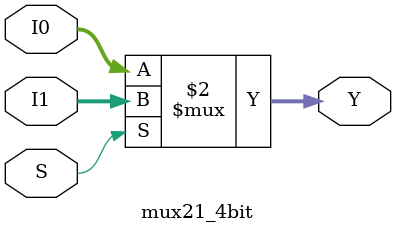
<source format=v>
`timescale 1ns / 1ps
module mux21_4bit(
    input [3:0] I0,
    input [3:0] I1,
    input S,
    output [3:0] Y
    );


	assign Y = (S==1) ? I1 : I0;

endmodule

</source>
